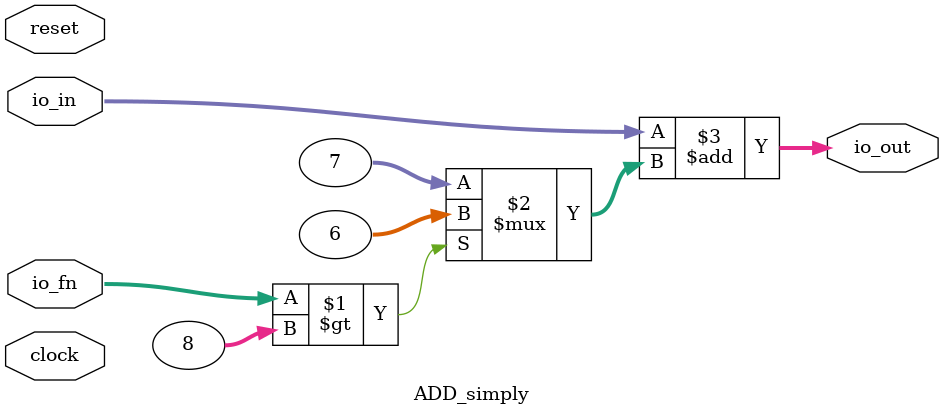
<source format=v>
module ADD_simply(
  input         clock,
  input         reset,
  input  [31:0] io_fn,
  input  [31:0] io_in,
  output [31:0] io_out
);
  assign io_out = io_in + (io_fn > 32'h8 ? 32'h6 : 32'h7); // @[]
endmodule

</source>
